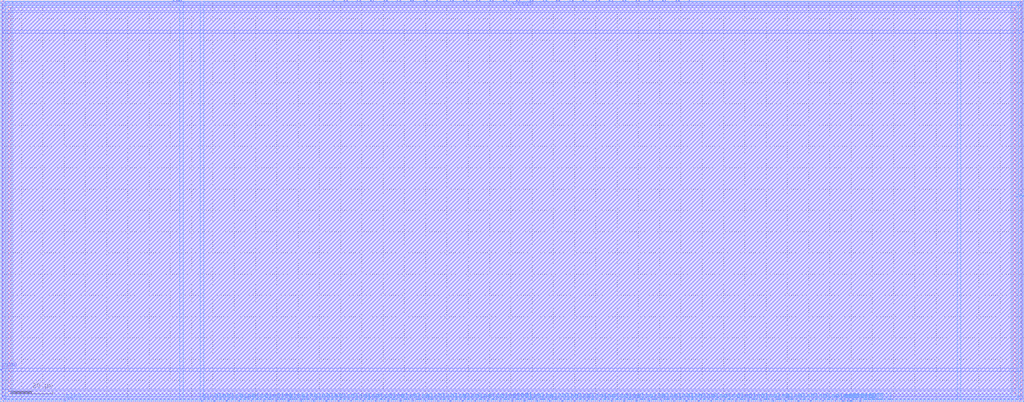
<source format=lef>
VERSION 5.4 ;
NAMESCASESENSITIVE ON ;
BUSBITCHARS "[]" ;
DIVIDERCHAR "/" ;

MACRO sky130_sram_1r1w0rw_54x32
   CLASS BLOCK ;
   SIZE 481.18 BY 188.98 ;
   SYMMETRY X Y R90 ;
   PIN din0[0]
      DIRECTION INPUT ;
      PORT
         LAYER met4 ;
         RECT  94.6 0.0 94.98 0.38 ;
      END
   END din0[0]
   PIN din0[1]
      DIRECTION INPUT ;
      PORT
         LAYER met4 ;
         RECT  100.44 0.0 100.82 0.38 ;
      END
   END din0[1]
   PIN din0[2]
      DIRECTION INPUT ;
      PORT
         LAYER met4 ;
         RECT  106.28 0.0 106.66 0.38 ;
      END
   END din0[2]
   PIN din0[3]
      DIRECTION INPUT ;
      PORT
         LAYER met4 ;
         RECT  112.12 0.0 112.5 0.38 ;
      END
   END din0[3]
   PIN din0[4]
      DIRECTION INPUT ;
      PORT
         LAYER met4 ;
         RECT  117.96 0.0 118.34 0.38 ;
      END
   END din0[4]
   PIN din0[5]
      DIRECTION INPUT ;
      PORT
         LAYER met4 ;
         RECT  123.8 0.0 124.18 0.38 ;
      END
   END din0[5]
   PIN din0[6]
      DIRECTION INPUT ;
      PORT
         LAYER met4 ;
         RECT  129.64 0.0 130.02 0.38 ;
      END
   END din0[6]
   PIN din0[7]
      DIRECTION INPUT ;
      PORT
         LAYER met4 ;
         RECT  135.48 0.0 135.86 0.38 ;
      END
   END din0[7]
   PIN din0[8]
      DIRECTION INPUT ;
      PORT
         LAYER met4 ;
         RECT  141.32 0.0 141.7 0.38 ;
      END
   END din0[8]
   PIN din0[9]
      DIRECTION INPUT ;
      PORT
         LAYER met4 ;
         RECT  147.16 0.0 147.54 0.38 ;
      END
   END din0[9]
   PIN din0[10]
      DIRECTION INPUT ;
      PORT
         LAYER met4 ;
         RECT  153.0 0.0 153.38 0.38 ;
      END
   END din0[10]
   PIN din0[11]
      DIRECTION INPUT ;
      PORT
         LAYER met4 ;
         RECT  158.84 0.0 159.22 0.38 ;
      END
   END din0[11]
   PIN din0[12]
      DIRECTION INPUT ;
      PORT
         LAYER met4 ;
         RECT  164.68 0.0 165.06 0.38 ;
      END
   END din0[12]
   PIN din0[13]
      DIRECTION INPUT ;
      PORT
         LAYER met4 ;
         RECT  170.52 0.0 170.9 0.38 ;
      END
   END din0[13]
   PIN din0[14]
      DIRECTION INPUT ;
      PORT
         LAYER met4 ;
         RECT  176.36 0.0 176.74 0.38 ;
      END
   END din0[14]
   PIN din0[15]
      DIRECTION INPUT ;
      PORT
         LAYER met4 ;
         RECT  182.2 0.0 182.58 0.38 ;
      END
   END din0[15]
   PIN din0[16]
      DIRECTION INPUT ;
      PORT
         LAYER met4 ;
         RECT  188.04 0.0 188.42 0.38 ;
      END
   END din0[16]
   PIN din0[17]
      DIRECTION INPUT ;
      PORT
         LAYER met4 ;
         RECT  193.88 0.0 194.26 0.38 ;
      END
   END din0[17]
   PIN din0[18]
      DIRECTION INPUT ;
      PORT
         LAYER met4 ;
         RECT  199.72 0.0 200.1 0.38 ;
      END
   END din0[18]
   PIN din0[19]
      DIRECTION INPUT ;
      PORT
         LAYER met4 ;
         RECT  205.56 0.0 205.94 0.38 ;
      END
   END din0[19]
   PIN din0[20]
      DIRECTION INPUT ;
      PORT
         LAYER met4 ;
         RECT  211.4 0.0 211.78 0.38 ;
      END
   END din0[20]
   PIN din0[21]
      DIRECTION INPUT ;
      PORT
         LAYER met4 ;
         RECT  217.24 0.0 217.62 0.38 ;
      END
   END din0[21]
   PIN din0[22]
      DIRECTION INPUT ;
      PORT
         LAYER met4 ;
         RECT  223.08 0.0 223.46 0.38 ;
      END
   END din0[22]
   PIN din0[23]
      DIRECTION INPUT ;
      PORT
         LAYER met4 ;
         RECT  228.92 0.0 229.3 0.38 ;
      END
   END din0[23]
   PIN din0[24]
      DIRECTION INPUT ;
      PORT
         LAYER met4 ;
         RECT  234.76 0.0 235.14 0.38 ;
      END
   END din0[24]
   PIN din0[25]
      DIRECTION INPUT ;
      PORT
         LAYER met4 ;
         RECT  240.6 0.0 240.98 0.38 ;
      END
   END din0[25]
   PIN din0[26]
      DIRECTION INPUT ;
      PORT
         LAYER met4 ;
         RECT  246.44 0.0 246.82 0.38 ;
      END
   END din0[26]
   PIN din0[27]
      DIRECTION INPUT ;
      PORT
         LAYER met4 ;
         RECT  252.28 0.0 252.66 0.38 ;
      END
   END din0[27]
   PIN din0[28]
      DIRECTION INPUT ;
      PORT
         LAYER met4 ;
         RECT  258.12 0.0 258.5 0.38 ;
      END
   END din0[28]
   PIN din0[29]
      DIRECTION INPUT ;
      PORT
         LAYER met4 ;
         RECT  263.96 0.0 264.34 0.38 ;
      END
   END din0[29]
   PIN din0[30]
      DIRECTION INPUT ;
      PORT
         LAYER met4 ;
         RECT  269.8 0.0 270.18 0.38 ;
      END
   END din0[30]
   PIN din0[31]
      DIRECTION INPUT ;
      PORT
         LAYER met4 ;
         RECT  275.64 0.0 276.02 0.38 ;
      END
   END din0[31]
   PIN din0[32]
      DIRECTION INPUT ;
      PORT
         LAYER met4 ;
         RECT  281.48 0.0 281.86 0.38 ;
      END
   END din0[32]
   PIN din0[33]
      DIRECTION INPUT ;
      PORT
         LAYER met4 ;
         RECT  287.32 0.0 287.7 0.38 ;
      END
   END din0[33]
   PIN din0[34]
      DIRECTION INPUT ;
      PORT
         LAYER met4 ;
         RECT  293.16 0.0 293.54 0.38 ;
      END
   END din0[34]
   PIN din0[35]
      DIRECTION INPUT ;
      PORT
         LAYER met4 ;
         RECT  299.0 0.0 299.38 0.38 ;
      END
   END din0[35]
   PIN din0[36]
      DIRECTION INPUT ;
      PORT
         LAYER met4 ;
         RECT  304.84 0.0 305.22 0.38 ;
      END
   END din0[36]
   PIN din0[37]
      DIRECTION INPUT ;
      PORT
         LAYER met4 ;
         RECT  310.68 0.0 311.06 0.38 ;
      END
   END din0[37]
   PIN din0[38]
      DIRECTION INPUT ;
      PORT
         LAYER met4 ;
         RECT  316.52 0.0 316.9 0.38 ;
      END
   END din0[38]
   PIN din0[39]
      DIRECTION INPUT ;
      PORT
         LAYER met4 ;
         RECT  322.36 0.0 322.74 0.38 ;
      END
   END din0[39]
   PIN din0[40]
      DIRECTION INPUT ;
      PORT
         LAYER met4 ;
         RECT  328.2 0.0 328.58 0.38 ;
      END
   END din0[40]
   PIN din0[41]
      DIRECTION INPUT ;
      PORT
         LAYER met4 ;
         RECT  334.04 0.0 334.42 0.38 ;
      END
   END din0[41]
   PIN din0[42]
      DIRECTION INPUT ;
      PORT
         LAYER met4 ;
         RECT  339.88 0.0 340.26 0.38 ;
      END
   END din0[42]
   PIN din0[43]
      DIRECTION INPUT ;
      PORT
         LAYER met4 ;
         RECT  345.72 0.0 346.1 0.38 ;
      END
   END din0[43]
   PIN din0[44]
      DIRECTION INPUT ;
      PORT
         LAYER met4 ;
         RECT  351.56 0.0 351.94 0.38 ;
      END
   END din0[44]
   PIN din0[45]
      DIRECTION INPUT ;
      PORT
         LAYER met4 ;
         RECT  357.4 0.0 357.78 0.38 ;
      END
   END din0[45]
   PIN din0[46]
      DIRECTION INPUT ;
      PORT
         LAYER met4 ;
         RECT  363.24 0.0 363.62 0.38 ;
      END
   END din0[46]
   PIN din0[47]
      DIRECTION INPUT ;
      PORT
         LAYER met4 ;
         RECT  369.08 0.0 369.46 0.38 ;
      END
   END din0[47]
   PIN din0[48]
      DIRECTION INPUT ;
      PORT
         LAYER met4 ;
         RECT  374.92 0.0 375.3 0.38 ;
      END
   END din0[48]
   PIN din0[49]
      DIRECTION INPUT ;
      PORT
         LAYER met4 ;
         RECT  380.76 0.0 381.14 0.38 ;
      END
   END din0[49]
   PIN din0[50]
      DIRECTION INPUT ;
      PORT
         LAYER met4 ;
         RECT  386.6 0.0 386.98 0.38 ;
      END
   END din0[50]
   PIN din0[51]
      DIRECTION INPUT ;
      PORT
         LAYER met4 ;
         RECT  392.44 0.0 392.82 0.38 ;
      END
   END din0[51]
   PIN din0[52]
      DIRECTION INPUT ;
      PORT
         LAYER met4 ;
         RECT  398.28 0.0 398.66 0.38 ;
      END
   END din0[52]
   PIN din0[53]
      DIRECTION INPUT ;
      PORT
         LAYER met4 ;
         RECT  404.12 0.0 404.5 0.38 ;
      END
   END din0[53]
   PIN addr0[0]
      DIRECTION INPUT ;
      PORT
         LAYER met4 ;
         RECT  85.045 188.6 85.425 188.98 ;
      END
   END addr0[0]
   PIN addr0[1]
      DIRECTION INPUT ;
      PORT
         LAYER met4 ;
         RECT  81.38 188.6 81.76 188.98 ;
      END
   END addr0[1]
   PIN addr0[2]
      DIRECTION INPUT ;
      PORT
         LAYER met4 ;
         RECT  84.355 188.6 84.735 188.98 ;
      END
   END addr0[2]
   PIN addr0[3]
      DIRECTION INPUT ;
      PORT
         LAYER met4 ;
         RECT  83.665 188.6 84.045 188.98 ;
      END
   END addr0[3]
   PIN addr0[4]
      DIRECTION INPUT ;
      PORT
         LAYER met4 ;
         RECT  82.92 188.6 83.3 188.98 ;
      END
   END addr0[4]
   PIN addr1[0]
      DIRECTION INPUT ;
      PORT
         LAYER met4 ;
         RECT  400.11 0.0 400.49 0.38 ;
      END
   END addr1[0]
   PIN addr1[1]
      DIRECTION INPUT ;
      PORT
         LAYER met4 ;
         RECT  395.785 0.0 396.165 0.38 ;
      END
   END addr1[1]
   PIN addr1[2]
      DIRECTION INPUT ;
      PORT
         LAYER met4 ;
         RECT  399.42 0.0 399.8 0.38 ;
      END
   END addr1[2]
   PIN addr1[3]
      DIRECTION INPUT ;
      PORT
         LAYER met4 ;
         RECT  396.475 0.0 396.855 0.38 ;
      END
   END addr1[3]
   PIN addr1[4]
      DIRECTION INPUT ;
      PORT
         LAYER met4 ;
         RECT  398.175 0.0 398.555 0.38 ;
      END
   END addr1[4]
   PIN csb0
      DIRECTION INPUT ;
      PORT
         LAYER met3 ;
         RECT  0.0 14.87 0.38 15.25 ;
      END
   END csb0
   PIN csb1
      DIRECTION INPUT ;
      PORT
         LAYER met3 ;
         RECT  480.8 173.73 481.18 174.11 ;
      END
   END csb1
   PIN clk0
      DIRECTION INPUT ;
      PORT
         LAYER met4 ;
         RECT  30.26 0.0 30.64 0.38 ;
      END
   END clk0
   PIN clk1
      DIRECTION INPUT ;
      PORT
         LAYER met4 ;
         RECT  450.54 188.6 450.92 188.98 ;
      END
   END clk1
   PIN dout1[0]
      DIRECTION OUTPUT ;
      PORT
         LAYER met4 ;
         RECT  156.585 188.6 156.965 188.98 ;
      END
   END dout1[0]
   PIN dout1[1]
      DIRECTION OUTPUT ;
      PORT
         LAYER met4 ;
         RECT  161.555 188.6 161.935 188.98 ;
      END
   END dout1[1]
   PIN dout1[2]
      DIRECTION OUTPUT ;
      PORT
         LAYER met4 ;
         RECT  162.825 188.6 163.205 188.98 ;
      END
   END dout1[2]
   PIN dout1[3]
      DIRECTION OUTPUT ;
      PORT
         LAYER met4 ;
         RECT  167.795 188.6 168.175 188.98 ;
      END
   END dout1[3]
   PIN dout1[4]
      DIRECTION OUTPUT ;
      PORT
         LAYER met4 ;
         RECT  169.065 188.6 169.445 188.98 ;
      END
   END dout1[4]
   PIN dout1[5]
      DIRECTION OUTPUT ;
      PORT
         LAYER met4 ;
         RECT  174.035 188.6 174.415 188.98 ;
      END
   END dout1[5]
   PIN dout1[6]
      DIRECTION OUTPUT ;
      PORT
         LAYER met4 ;
         RECT  175.305 188.6 175.685 188.98 ;
      END
   END dout1[6]
   PIN dout1[7]
      DIRECTION OUTPUT ;
      PORT
         LAYER met4 ;
         RECT  180.275 188.6 180.655 188.98 ;
      END
   END dout1[7]
   PIN dout1[8]
      DIRECTION OUTPUT ;
      PORT
         LAYER met4 ;
         RECT  181.545 188.6 181.925 188.98 ;
      END
   END dout1[8]
   PIN dout1[9]
      DIRECTION OUTPUT ;
      PORT
         LAYER met4 ;
         RECT  186.515 188.6 186.895 188.98 ;
      END
   END dout1[9]
   PIN dout1[10]
      DIRECTION OUTPUT ;
      PORT
         LAYER met4 ;
         RECT  187.785 188.6 188.165 188.98 ;
      END
   END dout1[10]
   PIN dout1[11]
      DIRECTION OUTPUT ;
      PORT
         LAYER met4 ;
         RECT  192.755 188.6 193.135 188.98 ;
      END
   END dout1[11]
   PIN dout1[12]
      DIRECTION OUTPUT ;
      PORT
         LAYER met4 ;
         RECT  194.025 188.6 194.405 188.98 ;
      END
   END dout1[12]
   PIN dout1[13]
      DIRECTION OUTPUT ;
      PORT
         LAYER met4 ;
         RECT  198.995 188.6 199.375 188.98 ;
      END
   END dout1[13]
   PIN dout1[14]
      DIRECTION OUTPUT ;
      PORT
         LAYER met4 ;
         RECT  200.265 188.6 200.645 188.98 ;
      END
   END dout1[14]
   PIN dout1[15]
      DIRECTION OUTPUT ;
      PORT
         LAYER met4 ;
         RECT  205.235 188.6 205.615 188.98 ;
      END
   END dout1[15]
   PIN dout1[16]
      DIRECTION OUTPUT ;
      PORT
         LAYER met4 ;
         RECT  206.505 188.6 206.885 188.98 ;
      END
   END dout1[16]
   PIN dout1[17]
      DIRECTION OUTPUT ;
      PORT
         LAYER met4 ;
         RECT  211.475 188.6 211.855 188.98 ;
      END
   END dout1[17]
   PIN dout1[18]
      DIRECTION OUTPUT ;
      PORT
         LAYER met4 ;
         RECT  212.745 188.6 213.125 188.98 ;
      END
   END dout1[18]
   PIN dout1[19]
      DIRECTION OUTPUT ;
      PORT
         LAYER met4 ;
         RECT  217.715 188.6 218.095 188.98 ;
      END
   END dout1[19]
   PIN dout1[20]
      DIRECTION OUTPUT ;
      PORT
         LAYER met4 ;
         RECT  218.985 188.6 219.365 188.98 ;
      END
   END dout1[20]
   PIN dout1[21]
      DIRECTION OUTPUT ;
      PORT
         LAYER met4 ;
         RECT  223.955 188.6 224.335 188.98 ;
      END
   END dout1[21]
   PIN dout1[22]
      DIRECTION OUTPUT ;
      PORT
         LAYER met4 ;
         RECT  225.225 188.6 225.605 188.98 ;
      END
   END dout1[22]
   PIN dout1[23]
      DIRECTION OUTPUT ;
      PORT
         LAYER met4 ;
         RECT  230.195 188.6 230.575 188.98 ;
      END
   END dout1[23]
   PIN dout1[24]
      DIRECTION OUTPUT ;
      PORT
         LAYER met4 ;
         RECT  231.465 188.6 231.845 188.98 ;
      END
   END dout1[24]
   PIN dout1[25]
      DIRECTION OUTPUT ;
      PORT
         LAYER met4 ;
         RECT  236.435 188.6 236.815 188.98 ;
      END
   END dout1[25]
   PIN dout1[26]
      DIRECTION OUTPUT ;
      PORT
         LAYER met4 ;
         RECT  237.705 188.6 238.085 188.98 ;
      END
   END dout1[26]
   PIN dout1[27]
      DIRECTION OUTPUT ;
      PORT
         LAYER met4 ;
         RECT  242.675 188.6 243.055 188.98 ;
      END
   END dout1[27]
   PIN dout1[28]
      DIRECTION OUTPUT ;
      PORT
         LAYER met4 ;
         RECT  243.945 188.6 244.325 188.98 ;
      END
   END dout1[28]
   PIN dout1[29]
      DIRECTION OUTPUT ;
      PORT
         LAYER met4 ;
         RECT  248.915 188.6 249.295 188.98 ;
      END
   END dout1[29]
   PIN dout1[30]
      DIRECTION OUTPUT ;
      PORT
         LAYER met4 ;
         RECT  250.185 188.6 250.565 188.98 ;
      END
   END dout1[30]
   PIN dout1[31]
      DIRECTION OUTPUT ;
      PORT
         LAYER met4 ;
         RECT  255.155 188.6 255.535 188.98 ;
      END
   END dout1[31]
   PIN dout1[32]
      DIRECTION OUTPUT ;
      PORT
         LAYER met4 ;
         RECT  256.425 188.6 256.805 188.98 ;
      END
   END dout1[32]
   PIN dout1[33]
      DIRECTION OUTPUT ;
      PORT
         LAYER met4 ;
         RECT  261.395 188.6 261.775 188.98 ;
      END
   END dout1[33]
   PIN dout1[34]
      DIRECTION OUTPUT ;
      PORT
         LAYER met4 ;
         RECT  262.665 188.6 263.045 188.98 ;
      END
   END dout1[34]
   PIN dout1[35]
      DIRECTION OUTPUT ;
      PORT
         LAYER met4 ;
         RECT  267.635 188.6 268.015 188.98 ;
      END
   END dout1[35]
   PIN dout1[36]
      DIRECTION OUTPUT ;
      PORT
         LAYER met4 ;
         RECT  268.905 188.6 269.285 188.98 ;
      END
   END dout1[36]
   PIN dout1[37]
      DIRECTION OUTPUT ;
      PORT
         LAYER met4 ;
         RECT  273.875 188.6 274.255 188.98 ;
      END
   END dout1[37]
   PIN dout1[38]
      DIRECTION OUTPUT ;
      PORT
         LAYER met4 ;
         RECT  275.145 188.6 275.525 188.98 ;
      END
   END dout1[38]
   PIN dout1[39]
      DIRECTION OUTPUT ;
      PORT
         LAYER met4 ;
         RECT  280.115 188.6 280.495 188.98 ;
      END
   END dout1[39]
   PIN dout1[40]
      DIRECTION OUTPUT ;
      PORT
         LAYER met4 ;
         RECT  281.385 188.6 281.765 188.98 ;
      END
   END dout1[40]
   PIN dout1[41]
      DIRECTION OUTPUT ;
      PORT
         LAYER met4 ;
         RECT  286.355 188.6 286.735 188.98 ;
      END
   END dout1[41]
   PIN dout1[42]
      DIRECTION OUTPUT ;
      PORT
         LAYER met4 ;
         RECT  287.625 188.6 288.005 188.98 ;
      END
   END dout1[42]
   PIN dout1[43]
      DIRECTION OUTPUT ;
      PORT
         LAYER met4 ;
         RECT  292.595 188.6 292.975 188.98 ;
      END
   END dout1[43]
   PIN dout1[44]
      DIRECTION OUTPUT ;
      PORT
         LAYER met4 ;
         RECT  293.865 188.6 294.245 188.98 ;
      END
   END dout1[44]
   PIN dout1[45]
      DIRECTION OUTPUT ;
      PORT
         LAYER met4 ;
         RECT  298.835 188.6 299.215 188.98 ;
      END
   END dout1[45]
   PIN dout1[46]
      DIRECTION OUTPUT ;
      PORT
         LAYER met4 ;
         RECT  300.105 188.6 300.485 188.98 ;
      END
   END dout1[46]
   PIN dout1[47]
      DIRECTION OUTPUT ;
      PORT
         LAYER met4 ;
         RECT  305.075 188.6 305.455 188.98 ;
      END
   END dout1[47]
   PIN dout1[48]
      DIRECTION OUTPUT ;
      PORT
         LAYER met4 ;
         RECT  306.345 188.6 306.725 188.98 ;
      END
   END dout1[48]
   PIN dout1[49]
      DIRECTION OUTPUT ;
      PORT
         LAYER met4 ;
         RECT  311.315 188.6 311.695 188.98 ;
      END
   END dout1[49]
   PIN dout1[50]
      DIRECTION OUTPUT ;
      PORT
         LAYER met4 ;
         RECT  312.585 188.6 312.965 188.98 ;
      END
   END dout1[50]
   PIN dout1[51]
      DIRECTION OUTPUT ;
      PORT
         LAYER met4 ;
         RECT  317.555 188.6 317.935 188.98 ;
      END
   END dout1[51]
   PIN dout1[52]
      DIRECTION OUTPUT ;
      PORT
         LAYER met4 ;
         RECT  318.825 188.6 319.205 188.98 ;
      END
   END dout1[52]
   PIN dout1[53]
      DIRECTION OUTPUT ;
      PORT
         LAYER met4 ;
         RECT  323.795 188.6 324.175 188.98 ;
      END
   END dout1[53]
   PIN vccd1
      DIRECTION INOUT ;
      USE POWER ; 
      SHAPE ABUTMENT ; 
      PORT
         LAYER met3 ;
         RECT  0.0 187.24 481.18 188.98 ;
         LAYER met4 ;
         RECT  0.0 0.0 1.74 188.98 ;
         LAYER met3 ;
         RECT  0.0 0.0 481.18 1.74 ;
         LAYER met4 ;
         RECT  479.44 0.0 481.18 188.98 ;
      END
   END vccd1
   PIN vssd1
      DIRECTION INOUT ;
      USE GROUND ; 
      SHAPE ABUTMENT ; 
      PORT
         LAYER met4 ;
         RECT  3.48 3.48 5.22 185.5 ;
         LAYER met3 ;
         RECT  3.48 3.48 477.7 5.22 ;
         LAYER met4 ;
         RECT  475.96 3.48 477.7 185.5 ;
         LAYER met3 ;
         RECT  3.48 183.76 477.7 185.5 ;
      END
   END vssd1
   OBS
   LAYER  met1 ;
      RECT  0.62 0.62 480.56 188.36 ;
   LAYER  met2 ;
      RECT  0.62 0.62 480.56 188.36 ;
   LAYER  met3 ;
      RECT  0.98 14.27 480.56 15.85 ;
      RECT  0.98 15.85 480.2 173.13 ;
      RECT  0.98 173.13 480.2 174.71 ;
      RECT  480.2 15.85 480.56 173.13 ;
      RECT  0.62 15.85 0.98 186.64 ;
      RECT  480.2 174.71 480.56 186.64 ;
      RECT  0.62 2.34 0.98 14.27 ;
      RECT  0.98 2.34 2.88 2.88 ;
      RECT  0.98 2.88 2.88 5.82 ;
      RECT  0.98 5.82 2.88 14.27 ;
      RECT  2.88 2.34 478.3 2.88 ;
      RECT  2.88 5.82 478.3 14.27 ;
      RECT  478.3 2.34 480.56 2.88 ;
      RECT  478.3 2.88 480.56 5.82 ;
      RECT  478.3 5.82 480.56 14.27 ;
      RECT  0.98 174.71 2.88 183.16 ;
      RECT  0.98 183.16 2.88 186.1 ;
      RECT  0.98 186.1 2.88 186.64 ;
      RECT  2.88 174.71 478.3 183.16 ;
      RECT  2.88 186.1 478.3 186.64 ;
      RECT  478.3 174.71 480.2 183.16 ;
      RECT  478.3 183.16 480.2 186.1 ;
      RECT  478.3 186.1 480.2 186.64 ;
   LAYER  met4 ;
      RECT  94.0 0.98 95.58 188.36 ;
      RECT  95.58 0.62 99.84 0.98 ;
      RECT  101.42 0.62 105.68 0.98 ;
      RECT  107.26 0.62 111.52 0.98 ;
      RECT  113.1 0.62 117.36 0.98 ;
      RECT  118.94 0.62 123.2 0.98 ;
      RECT  124.78 0.62 129.04 0.98 ;
      RECT  130.62 0.62 134.88 0.98 ;
      RECT  136.46 0.62 140.72 0.98 ;
      RECT  142.3 0.62 146.56 0.98 ;
      RECT  148.14 0.62 152.4 0.98 ;
      RECT  153.98 0.62 158.24 0.98 ;
      RECT  159.82 0.62 164.08 0.98 ;
      RECT  165.66 0.62 169.92 0.98 ;
      RECT  171.5 0.62 175.76 0.98 ;
      RECT  177.34 0.62 181.6 0.98 ;
      RECT  183.18 0.62 187.44 0.98 ;
      RECT  189.02 0.62 193.28 0.98 ;
      RECT  194.86 0.62 199.12 0.98 ;
      RECT  200.7 0.62 204.96 0.98 ;
      RECT  206.54 0.62 210.8 0.98 ;
      RECT  212.38 0.62 216.64 0.98 ;
      RECT  218.22 0.62 222.48 0.98 ;
      RECT  224.06 0.62 228.32 0.98 ;
      RECT  229.9 0.62 234.16 0.98 ;
      RECT  235.74 0.62 240.0 0.98 ;
      RECT  241.58 0.62 245.84 0.98 ;
      RECT  247.42 0.62 251.68 0.98 ;
      RECT  253.26 0.62 257.52 0.98 ;
      RECT  259.1 0.62 263.36 0.98 ;
      RECT  264.94 0.62 269.2 0.98 ;
      RECT  270.78 0.62 275.04 0.98 ;
      RECT  276.62 0.62 280.88 0.98 ;
      RECT  282.46 0.62 286.72 0.98 ;
      RECT  288.3 0.62 292.56 0.98 ;
      RECT  294.14 0.62 298.4 0.98 ;
      RECT  299.98 0.62 304.24 0.98 ;
      RECT  305.82 0.62 310.08 0.98 ;
      RECT  311.66 0.62 315.92 0.98 ;
      RECT  317.5 0.62 321.76 0.98 ;
      RECT  323.34 0.62 327.6 0.98 ;
      RECT  329.18 0.62 333.44 0.98 ;
      RECT  335.02 0.62 339.28 0.98 ;
      RECT  340.86 0.62 345.12 0.98 ;
      RECT  346.7 0.62 350.96 0.98 ;
      RECT  352.54 0.62 356.8 0.98 ;
      RECT  358.38 0.62 362.64 0.98 ;
      RECT  364.22 0.62 368.48 0.98 ;
      RECT  370.06 0.62 374.32 0.98 ;
      RECT  375.9 0.62 380.16 0.98 ;
      RECT  381.74 0.62 386.0 0.98 ;
      RECT  387.58 0.62 391.84 0.98 ;
      RECT  84.445 0.98 86.025 188.0 ;
      RECT  86.025 0.98 94.0 188.0 ;
      RECT  86.025 188.0 94.0 188.36 ;
      RECT  401.09 0.62 403.52 0.98 ;
      RECT  393.42 0.62 395.185 0.98 ;
      RECT  397.455 0.62 397.575 0.98 ;
      RECT  31.24 0.62 94.0 0.98 ;
      RECT  95.58 0.98 449.94 188.0 ;
      RECT  449.94 0.98 451.52 188.0 ;
      RECT  95.58 188.0 155.985 188.36 ;
      RECT  157.565 188.0 160.955 188.36 ;
      RECT  163.805 188.0 167.195 188.36 ;
      RECT  170.045 188.0 173.435 188.36 ;
      RECT  176.285 188.0 179.675 188.36 ;
      RECT  182.525 188.0 185.915 188.36 ;
      RECT  188.765 188.0 192.155 188.36 ;
      RECT  195.005 188.0 198.395 188.36 ;
      RECT  201.245 188.0 204.635 188.36 ;
      RECT  207.485 188.0 210.875 188.36 ;
      RECT  213.725 188.0 217.115 188.36 ;
      RECT  219.965 188.0 223.355 188.36 ;
      RECT  226.205 188.0 229.595 188.36 ;
      RECT  232.445 188.0 235.835 188.36 ;
      RECT  238.685 188.0 242.075 188.36 ;
      RECT  244.925 188.0 248.315 188.36 ;
      RECT  251.165 188.0 254.555 188.36 ;
      RECT  257.405 188.0 260.795 188.36 ;
      RECT  263.645 188.0 267.035 188.36 ;
      RECT  269.885 188.0 273.275 188.36 ;
      RECT  276.125 188.0 279.515 188.36 ;
      RECT  282.365 188.0 285.755 188.36 ;
      RECT  288.605 188.0 291.995 188.36 ;
      RECT  294.845 188.0 298.235 188.36 ;
      RECT  301.085 188.0 304.475 188.36 ;
      RECT  307.325 188.0 310.715 188.36 ;
      RECT  313.565 188.0 316.955 188.36 ;
      RECT  319.805 188.0 323.195 188.36 ;
      RECT  324.775 188.0 449.94 188.36 ;
      RECT  2.34 188.0 80.78 188.36 ;
      RECT  2.34 0.62 29.66 0.98 ;
      RECT  405.1 0.62 478.84 0.98 ;
      RECT  451.52 188.0 478.84 188.36 ;
      RECT  2.34 0.98 2.88 2.88 ;
      RECT  2.34 2.88 2.88 186.1 ;
      RECT  2.34 186.1 2.88 188.0 ;
      RECT  2.88 0.98 5.82 2.88 ;
      RECT  2.88 186.1 5.82 188.0 ;
      RECT  5.82 0.98 84.445 2.88 ;
      RECT  5.82 2.88 84.445 186.1 ;
      RECT  5.82 186.1 84.445 188.0 ;
      RECT  451.52 0.98 475.36 2.88 ;
      RECT  451.52 2.88 475.36 186.1 ;
      RECT  451.52 186.1 475.36 188.0 ;
      RECT  475.36 0.98 478.3 2.88 ;
      RECT  475.36 186.1 478.3 188.0 ;
      RECT  478.3 0.98 478.84 2.88 ;
      RECT  478.3 2.88 478.84 186.1 ;
      RECT  478.3 186.1 478.84 188.0 ;
   END
END    sky130_sram_1r1w0rw_54x32
END    LIBRARY

</source>
